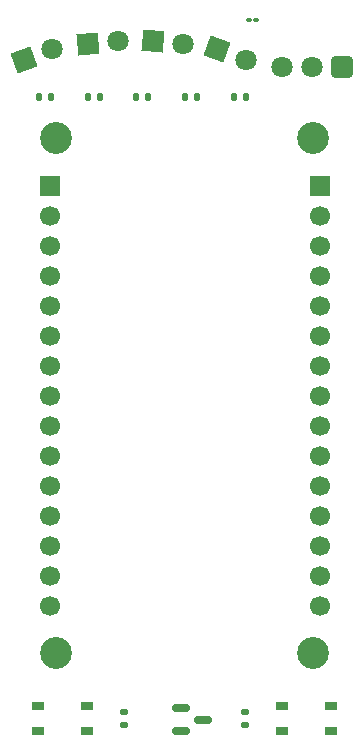
<source format=gbr>
%TF.GenerationSoftware,KiCad,Pcbnew,9.0.2*%
%TF.CreationDate,2025-06-28T18:53:08+03:00*%
%TF.ProjectId,esp-remote-board,6573702d-7265-46d6-9f74-652d626f6172,rev?*%
%TF.SameCoordinates,Original*%
%TF.FileFunction,Soldermask,Top*%
%TF.FilePolarity,Negative*%
%FSLAX46Y46*%
G04 Gerber Fmt 4.6, Leading zero omitted, Abs format (unit mm)*
G04 Created by KiCad (PCBNEW 9.0.2) date 2025-06-28 18:53:08*
%MOMM*%
%LPD*%
G01*
G04 APERTURE LIST*
G04 Aperture macros list*
%AMRoundRect*
0 Rectangle with rounded corners*
0 $1 Rounding radius*
0 $2 $3 $4 $5 $6 $7 $8 $9 X,Y pos of 4 corners*
0 Add a 4 corners polygon primitive as box body*
4,1,4,$2,$3,$4,$5,$6,$7,$8,$9,$2,$3,0*
0 Add four circle primitives for the rounded corners*
1,1,$1+$1,$2,$3*
1,1,$1+$1,$4,$5*
1,1,$1+$1,$6,$7*
1,1,$1+$1,$8,$9*
0 Add four rect primitives between the rounded corners*
20,1,$1+$1,$2,$3,$4,$5,0*
20,1,$1+$1,$4,$5,$6,$7,0*
20,1,$1+$1,$6,$7,$8,$9,0*
20,1,$1+$1,$8,$9,$2,$3,0*%
%AMRotRect*
0 Rectangle, with rotation*
0 The origin of the aperture is its center*
0 $1 length*
0 $2 width*
0 $3 Rotation angle, in degrees counterclockwise*
0 Add horizontal line*
21,1,$1,$2,0,0,$3*%
G04 Aperture macros list end*
%ADD10RoundRect,0.135000X-0.135000X-0.185000X0.135000X-0.185000X0.135000X0.185000X-0.135000X0.185000X0*%
%ADD11RotRect,1.800000X1.800000X355.000000*%
%ADD12C,1.800000*%
%ADD13C,2.700000*%
%ADD14R,1.700000X1.700000*%
%ADD15C,1.700000*%
%ADD16R,1.050000X0.650000*%
%ADD17RotRect,1.800000X1.800000X5.000000*%
%ADD18RoundRect,0.135000X-0.185000X0.135000X-0.185000X-0.135000X0.185000X-0.135000X0.185000X0.135000X0*%
%ADD19RotRect,1.800000X1.800000X20.000000*%
%ADD20RoundRect,0.248400X0.651600X0.651600X-0.651600X0.651600X-0.651600X-0.651600X0.651600X-0.651600X0*%
%ADD21RotRect,1.800000X1.800000X340.000000*%
%ADD22RoundRect,0.100000X0.130000X0.100000X-0.130000X0.100000X-0.130000X-0.100000X0.130000X-0.100000X0*%
%ADD23RoundRect,0.150000X-0.587500X-0.150000X0.587500X-0.150000X0.587500X0.150000X-0.587500X0.150000X0*%
G04 APERTURE END LIST*
D10*
%TO.C,R20*%
X148846270Y-75260000D03*
X149866270Y-75260000D03*
%TD*%
D11*
%TO.C,D6*%
X150249770Y-70538624D03*
D12*
X152780106Y-70760000D03*
%TD*%
D13*
%TO.C,REF\u002A\u002A*%
X142080000Y-78722730D03*
%TD*%
D14*
%TO.C,J2*%
X164390000Y-82782730D03*
D15*
X164390000Y-85322730D03*
X164390000Y-87862730D03*
X164390000Y-90402730D03*
X164390000Y-92942730D03*
X164390000Y-95482730D03*
X164390000Y-98022730D03*
X164390000Y-100562730D03*
X164390000Y-103102730D03*
X164390000Y-105642730D03*
X164390000Y-108182730D03*
X164390000Y-110722730D03*
X164390000Y-113262730D03*
X164390000Y-115802730D03*
X164390000Y-118342730D03*
%TD*%
D10*
%TO.C,R15*%
X157101270Y-75260000D03*
X158121270Y-75260000D03*
%TD*%
D13*
%TO.C,REF\u002A\u002A*%
X163790000Y-122342730D03*
%TD*%
D16*
%TO.C,SW3*%
X140505256Y-126832230D03*
X144655256Y-126832230D03*
X140505256Y-128982230D03*
X144655256Y-128982230D03*
%TD*%
D10*
%TO.C,R21*%
X152973770Y-75260000D03*
X153993770Y-75260000D03*
%TD*%
D17*
%TO.C,D5*%
X144779770Y-70760000D03*
D12*
X147310106Y-70538624D03*
%TD*%
D18*
%TO.C,R17*%
X158052564Y-127397230D03*
X158052564Y-128417230D03*
%TD*%
D13*
%TO.C,REF\u002A\u002A*%
X163790000Y-78722730D03*
%TD*%
D19*
%TO.C,D4*%
X139309770Y-72128731D03*
D12*
X141696589Y-71260000D03*
%TD*%
D20*
%TO.C,U2*%
X166289770Y-72760000D03*
D12*
X163749770Y-72760000D03*
X161209770Y-72760000D03*
%TD*%
D14*
%TO.C,J1*%
X141530000Y-82782730D03*
D15*
X141530000Y-85322730D03*
X141530000Y-87862730D03*
X141530000Y-90402730D03*
X141530000Y-92942730D03*
X141530000Y-95482730D03*
X141530000Y-98022730D03*
X141530000Y-100562730D03*
X141530000Y-103102730D03*
X141530000Y-105642730D03*
X141530000Y-108182730D03*
X141530000Y-110722730D03*
X141530000Y-113262730D03*
X141530000Y-115802730D03*
X141530000Y-118342730D03*
%TD*%
D21*
%TO.C,D7*%
X155719770Y-71260000D03*
D12*
X158106589Y-72128731D03*
%TD*%
D22*
%TO.C,D3*%
X159007270Y-68760000D03*
X158367270Y-68760000D03*
%TD*%
D13*
%TO.C,REF\u002A\u002A*%
X142080000Y-122342730D03*
%TD*%
D16*
%TO.C,SW4*%
X161215000Y-126832230D03*
X165365000Y-126832230D03*
X161215000Y-128982230D03*
X165365000Y-128982230D03*
%TD*%
D23*
%TO.C,Q1*%
X152592500Y-127044730D03*
X152592500Y-128944730D03*
X154467500Y-127994730D03*
%TD*%
D10*
%TO.C,R19*%
X144718770Y-75260000D03*
X145738770Y-75260000D03*
%TD*%
D18*
%TO.C,R16*%
X147817692Y-127397230D03*
X147817692Y-128417230D03*
%TD*%
D10*
%TO.C,R18*%
X140591270Y-75260000D03*
X141611270Y-75260000D03*
%TD*%
M02*

</source>
